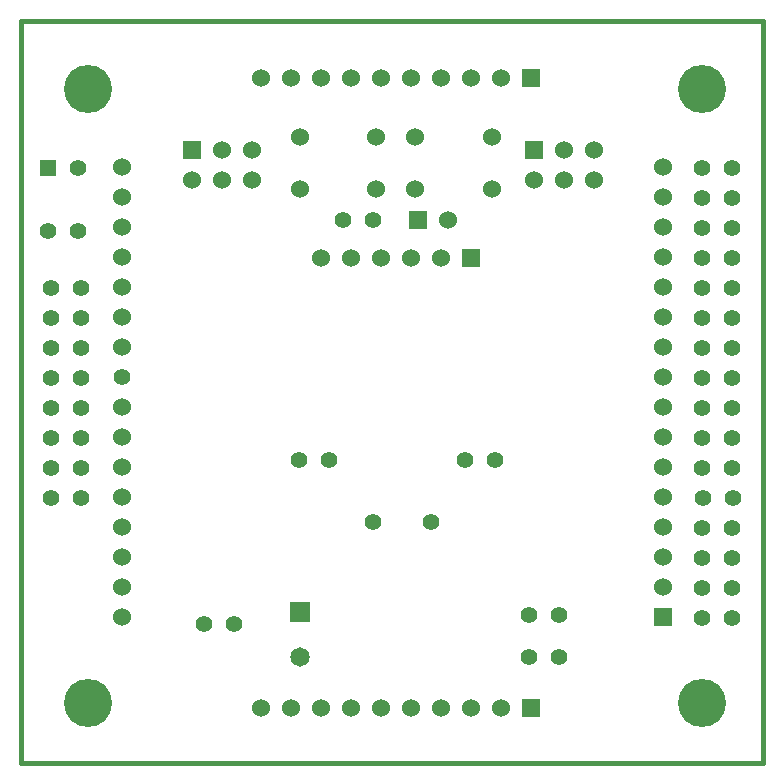
<source format=gbs>
G04 (created by PCBNEW (2013-01-24 BZR 3921)-testing) date Fri 25 Jan 2013 03:38:43 AM CET*
%MOIN*%
G04 Gerber Fmt 3.4, Leading zero omitted, Abs format*
%FSLAX34Y34*%
G01*
G70*
G90*
G04 APERTURE LIST*
%ADD10C,0.00787402*%
%ADD11C,0.015*%
%ADD12C,0.055*%
%ADD13R,0.06X0.06*%
%ADD14C,0.06*%
%ADD15R,0.065X0.065*%
%ADD16C,0.065*%
%ADD17R,0.055X0.055*%
%ADD18C,0.16*%
G04 APERTURE END LIST*
G54D10*
G54D11*
X41700Y-21900D02*
X66450Y-21900D01*
X41700Y-46650D02*
X41700Y-21900D01*
X66450Y-46650D02*
X41700Y-46650D01*
X66450Y-21900D02*
X66450Y-46650D01*
G54D12*
X55365Y-38600D03*
X53435Y-38600D03*
G54D13*
X47400Y-26200D03*
G54D14*
X47400Y-27200D03*
X48400Y-26200D03*
X48400Y-27200D03*
X49400Y-26200D03*
X49400Y-27200D03*
G54D13*
X58800Y-26200D03*
G54D14*
X58800Y-27200D03*
X59800Y-26200D03*
X59800Y-27200D03*
X60800Y-26200D03*
X60800Y-27200D03*
G54D12*
X53450Y-28550D03*
X52450Y-28550D03*
X56500Y-36550D03*
X57500Y-36550D03*
X50972Y-36542D03*
X51972Y-36542D03*
G54D15*
X50986Y-41609D03*
G54D16*
X50986Y-43109D03*
G54D12*
X47800Y-42000D03*
X48800Y-42000D03*
G54D17*
X42600Y-26800D03*
G54D12*
X43600Y-26800D03*
X64400Y-34800D03*
X65400Y-34800D03*
X64400Y-35800D03*
X65400Y-35800D03*
X64400Y-36800D03*
X65400Y-36800D03*
X64450Y-37800D03*
X65450Y-37800D03*
X64400Y-38800D03*
X65400Y-38800D03*
X64400Y-39800D03*
X65400Y-39800D03*
X64400Y-40800D03*
X65400Y-40800D03*
X64400Y-41800D03*
X65400Y-41800D03*
X43700Y-30800D03*
X42700Y-30800D03*
X43700Y-31800D03*
X42700Y-31800D03*
X43700Y-32800D03*
X42700Y-32800D03*
X43700Y-33800D03*
X42700Y-33800D03*
X43700Y-34800D03*
X42700Y-34800D03*
X43700Y-35800D03*
X42700Y-35800D03*
X43700Y-36800D03*
X42700Y-36800D03*
X43700Y-37800D03*
X42700Y-37800D03*
X64400Y-26800D03*
X65400Y-26800D03*
X64400Y-27800D03*
X65400Y-27800D03*
X64400Y-28800D03*
X65400Y-28800D03*
X64400Y-29800D03*
X65400Y-29800D03*
X64400Y-30800D03*
X65400Y-30800D03*
X64400Y-31800D03*
X65400Y-31800D03*
X64400Y-32800D03*
X65400Y-32800D03*
X64400Y-33800D03*
X65400Y-33800D03*
X42600Y-28900D03*
X43600Y-28900D03*
X58650Y-41700D03*
X59650Y-41700D03*
G54D18*
X43924Y-24186D03*
X43924Y-44658D03*
X64397Y-24186D03*
X64397Y-44658D03*
G54D12*
X58650Y-43100D03*
X59650Y-43100D03*
G54D14*
X45080Y-26784D03*
X45080Y-27784D03*
X45080Y-28784D03*
X45080Y-29784D03*
X45080Y-30784D03*
X45080Y-31784D03*
X45080Y-32784D03*
X45080Y-34784D03*
X45080Y-35784D03*
X45080Y-36784D03*
X45080Y-37784D03*
X45080Y-38784D03*
X45080Y-39784D03*
X45080Y-40784D03*
X45080Y-41784D03*
X63100Y-26780D03*
X63100Y-27780D03*
X63100Y-28780D03*
X63100Y-29780D03*
X63100Y-30780D03*
X63100Y-31780D03*
X63100Y-32780D03*
X63100Y-33780D03*
X63100Y-34780D03*
X63100Y-35780D03*
X63100Y-36780D03*
X63100Y-37780D03*
X63100Y-38780D03*
X63100Y-39780D03*
X63100Y-40780D03*
G54D13*
X63100Y-41780D03*
G54D12*
X45080Y-33784D03*
G54D14*
X53550Y-25775D03*
X51000Y-25775D03*
X53550Y-27525D03*
X51000Y-27525D03*
X57400Y-25775D03*
X54850Y-25775D03*
X57400Y-27525D03*
X54850Y-27525D03*
G54D13*
X58700Y-23800D03*
G54D14*
X57700Y-23800D03*
X56700Y-23800D03*
X55700Y-23800D03*
X54700Y-23800D03*
X53700Y-23800D03*
X52700Y-23800D03*
X51700Y-23800D03*
X50700Y-23800D03*
X49700Y-23800D03*
G54D13*
X58700Y-44800D03*
G54D14*
X57700Y-44800D03*
X56700Y-44800D03*
X55700Y-44800D03*
X54700Y-44800D03*
X53700Y-44800D03*
X52700Y-44800D03*
X51700Y-44800D03*
X50700Y-44800D03*
X49700Y-44800D03*
G54D13*
X56700Y-29800D03*
G54D14*
X55700Y-29800D03*
X54700Y-29800D03*
X53700Y-29800D03*
X52700Y-29800D03*
X51700Y-29800D03*
G54D13*
X54950Y-28550D03*
G54D14*
X55950Y-28550D03*
M02*

</source>
